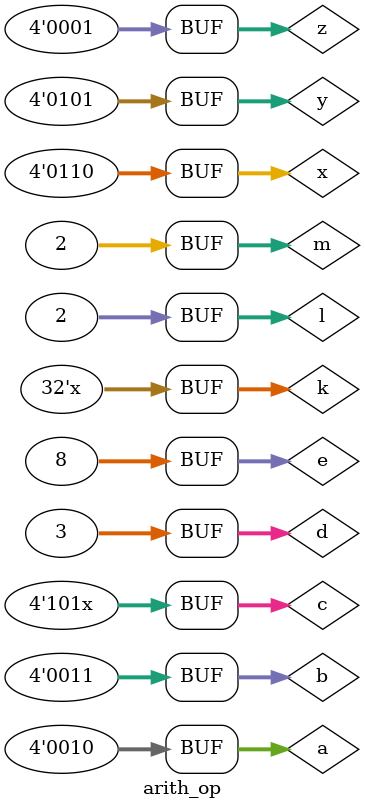
<source format=v>
module arith_op();
   reg [3:0]a,b,c;
	integer d,e;
	reg [3:0]x,y,z;
	integer k,l,m;
	
	initial
	 begin
	   a = 4'b0010;
		b = 4'b0011;
		c = 4'b101x;
		d = 3;
		e = 8;
		x = a * b;    //evaluate to 0110
		y = a + b;    //evaluate to 0101
		z = b - a;    //evaluate to 0001
		k = c * a;    //evaluate to x
		l = e / d;    //evaluate to 2,fraction is truncated
		m = e % d;    //evaluate to 2
	 end
endmodule

</source>
